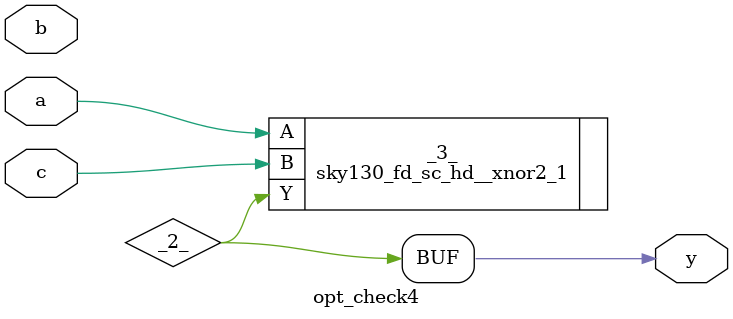
<source format=v>
/* Generated by Yosys 0.44+60 (git sha1 0fc5812dc, g++ 13.2.0-23ubuntu4 -fPIC -O3) */

module opt_check4(a, b, c, y);
  wire _0_;
  wire _1_;
  wire _2_;
  input a;
  wire a;
  input b;
  wire b;
  input c;
  wire c;
  output y;
  wire y;
  sky130_fd_sc_hd__xnor2_1 _3_ (
    .A(_0_),
    .B(_1_),
    .Y(_2_)
  );
  assign _0_ = a;
  assign _1_ = c;
  assign y = _2_;
endmodule

</source>
